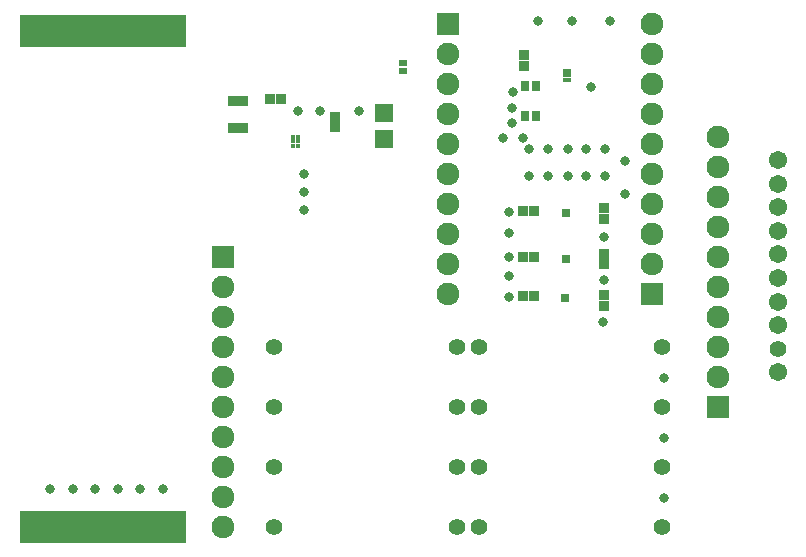
<source format=gts>
G04*
G04 #@! TF.GenerationSoftware,Altium Limited,Altium Designer,21.3.2 (30)*
G04*
G04 Layer_Color=8388736*
%FSLAX25Y25*%
%MOIN*%
G70*
G04*
G04 #@! TF.SameCoordinates,854D5A4D-7B49-4B2E-BA62-70F088FD304A*
G04*
G04*
G04 #@! TF.FilePolarity,Negative*
G04*
G01*
G75*
%ADD22R,0.55721X0.11036*%
%ADD23R,0.03044X0.03241*%
%ADD24R,0.03477X0.03398*%
%ADD25R,0.03162X0.02178*%
%ADD26C,0.01587*%
%ADD27R,0.06706X0.03556*%
%ADD28C,0.01532*%
%ADD29R,0.06312X0.06312*%
%ADD30R,0.03398X0.03477*%
%ADD31C,0.06084*%
%ADD32C,0.05524*%
%ADD33C,0.07591*%
%ADD34R,0.07591X0.07591*%
%ADD35C,0.03300*%
D22*
X35000Y177677D02*
D03*
Y12323D02*
D03*
D23*
X175610Y149500D02*
D03*
X179390D02*
D03*
X175610Y159500D02*
D03*
X179390D02*
D03*
D24*
X175500Y169811D02*
D03*
Y166189D02*
D03*
X112500Y149211D02*
D03*
Y145589D02*
D03*
X201939Y86067D02*
D03*
Y89689D02*
D03*
X202200Y99889D02*
D03*
Y103511D02*
D03*
X202000Y115189D02*
D03*
Y118811D02*
D03*
D25*
X135000Y164441D02*
D03*
Y167000D02*
D03*
D26*
X100000Y139350D02*
D03*
X98425D02*
D03*
X100000Y140925D02*
D03*
X98425D02*
D03*
X100000Y142500D02*
D03*
X98425D02*
D03*
X188925Y161350D02*
D03*
Y162925D02*
D03*
Y164500D02*
D03*
X190500Y161350D02*
D03*
Y162925D02*
D03*
Y164500D02*
D03*
D27*
X80000Y145472D02*
D03*
Y154528D02*
D03*
D28*
X190171Y116311D02*
D03*
X188793D02*
D03*
X190171Y117689D02*
D03*
X188793D02*
D03*
X189860Y87878D02*
D03*
X188482D02*
D03*
X189860Y89256D02*
D03*
X188482D02*
D03*
X190171Y101100D02*
D03*
X188793D02*
D03*
X190171Y102478D02*
D03*
X188793D02*
D03*
D29*
X128819Y150512D02*
D03*
Y141850D02*
D03*
D30*
X94311Y155000D02*
D03*
X90689D02*
D03*
X175028Y89278D02*
D03*
X178650D02*
D03*
X175089Y102500D02*
D03*
X178711D02*
D03*
X175189Y117600D02*
D03*
X178811D02*
D03*
D31*
X260000Y134744D02*
D03*
Y126870D02*
D03*
Y118996D02*
D03*
Y111122D02*
D03*
Y103248D02*
D03*
Y95374D02*
D03*
Y87500D02*
D03*
Y79626D02*
D03*
Y63878D02*
D03*
D32*
Y71752D02*
D03*
X221524Y12500D02*
D03*
X160500D02*
D03*
X153024Y72500D02*
D03*
X92000D02*
D03*
X221500D02*
D03*
X160476D02*
D03*
X153024Y52500D02*
D03*
X92000D02*
D03*
X221500D02*
D03*
X160476D02*
D03*
X153024Y32500D02*
D03*
X92000D02*
D03*
X221524D02*
D03*
X160500D02*
D03*
X153024Y12500D02*
D03*
X92000D02*
D03*
D33*
X218000Y180000D02*
D03*
Y170000D02*
D03*
Y160000D02*
D03*
Y150000D02*
D03*
Y140000D02*
D03*
Y130000D02*
D03*
Y120000D02*
D03*
Y110000D02*
D03*
Y100000D02*
D03*
X150000Y90000D02*
D03*
Y100000D02*
D03*
Y110000D02*
D03*
Y120000D02*
D03*
Y130000D02*
D03*
Y140000D02*
D03*
Y150000D02*
D03*
Y160000D02*
D03*
Y170000D02*
D03*
X75000Y12500D02*
D03*
Y22500D02*
D03*
Y32500D02*
D03*
Y42500D02*
D03*
Y52500D02*
D03*
Y62500D02*
D03*
Y72500D02*
D03*
Y82500D02*
D03*
Y92500D02*
D03*
X240000Y142500D02*
D03*
Y132500D02*
D03*
Y122500D02*
D03*
Y112500D02*
D03*
Y102500D02*
D03*
Y92500D02*
D03*
Y82500D02*
D03*
Y72500D02*
D03*
Y62500D02*
D03*
D34*
X218000Y90000D02*
D03*
X150000Y180000D02*
D03*
X75000Y102500D02*
D03*
X240000Y52500D02*
D03*
D35*
X171500Y152000D02*
D03*
X168250Y142100D02*
D03*
X171600Y157500D02*
D03*
X171500Y146900D02*
D03*
X175000Y142000D02*
D03*
X209000Y123500D02*
D03*
Y134500D02*
D03*
X202500Y129500D02*
D03*
Y138500D02*
D03*
X196000D02*
D03*
Y129500D02*
D03*
X190000D02*
D03*
Y138500D02*
D03*
X183500D02*
D03*
Y129500D02*
D03*
X177000D02*
D03*
Y138500D02*
D03*
X197600Y159000D02*
D03*
X204000Y181000D02*
D03*
X191500D02*
D03*
X180000D02*
D03*
X202000Y109100D02*
D03*
X202200Y94800D02*
D03*
X201900Y80600D02*
D03*
X170500Y110500D02*
D03*
Y96000D02*
D03*
Y89000D02*
D03*
Y102500D02*
D03*
Y117500D02*
D03*
X222000Y22000D02*
D03*
Y42000D02*
D03*
Y62000D02*
D03*
X55000Y25000D02*
D03*
X47500D02*
D03*
X40000D02*
D03*
X32500D02*
D03*
X25000D02*
D03*
X17500D02*
D03*
X102000Y118000D02*
D03*
Y124000D02*
D03*
Y130000D02*
D03*
X120500Y151000D02*
D03*
X107500D02*
D03*
X100000D02*
D03*
M02*

</source>
